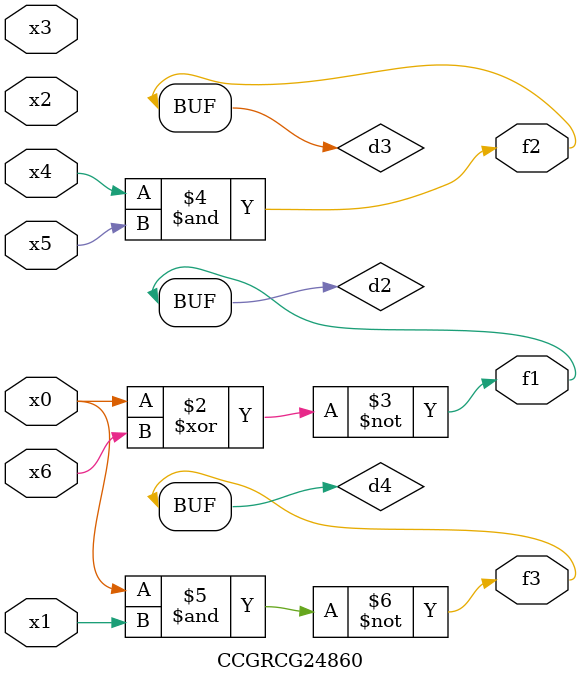
<source format=v>
module CCGRCG24860(
	input x0, x1, x2, x3, x4, x5, x6,
	output f1, f2, f3
);

	wire d1, d2, d3, d4;

	nor (d1, x0);
	xnor (d2, x0, x6);
	and (d3, x4, x5);
	nand (d4, x0, x1);
	assign f1 = d2;
	assign f2 = d3;
	assign f3 = d4;
endmodule

</source>
